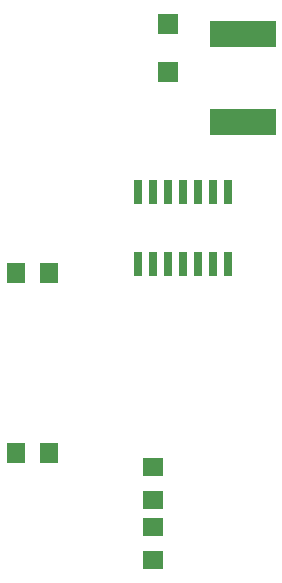
<source format=gbp>
G75*
%MOIN*%
%OFA0B0*%
%FSLAX25Y25*%
%IPPOS*%
%LPD*%
%AMOC8*
5,1,8,0,0,1.08239X$1,22.5*
%
%ADD10R,0.07087X0.06299*%
%ADD11R,0.06299X0.07087*%
%ADD12R,0.02600X0.08000*%
%ADD13R,0.22047X0.09055*%
%ADD14R,0.06693X0.07087*%
D10*
X0156800Y0041288D03*
X0156800Y0052312D03*
X0156800Y0061288D03*
X0156800Y0072312D03*
D11*
X0111288Y0076800D03*
X0122312Y0076800D03*
X0122312Y0136800D03*
X0111288Y0136800D03*
D12*
X0151800Y0139700D03*
X0156800Y0139700D03*
X0161800Y0139700D03*
X0166800Y0139700D03*
X0171800Y0139700D03*
X0176800Y0139700D03*
X0181800Y0139700D03*
X0181800Y0163900D03*
X0176800Y0163900D03*
X0171800Y0163900D03*
X0166800Y0163900D03*
X0161800Y0163900D03*
X0156800Y0163900D03*
X0151800Y0163900D03*
D13*
X0186800Y0187233D03*
X0186800Y0216367D03*
D14*
X0161800Y0219871D03*
X0161800Y0203729D03*
M02*

</source>
